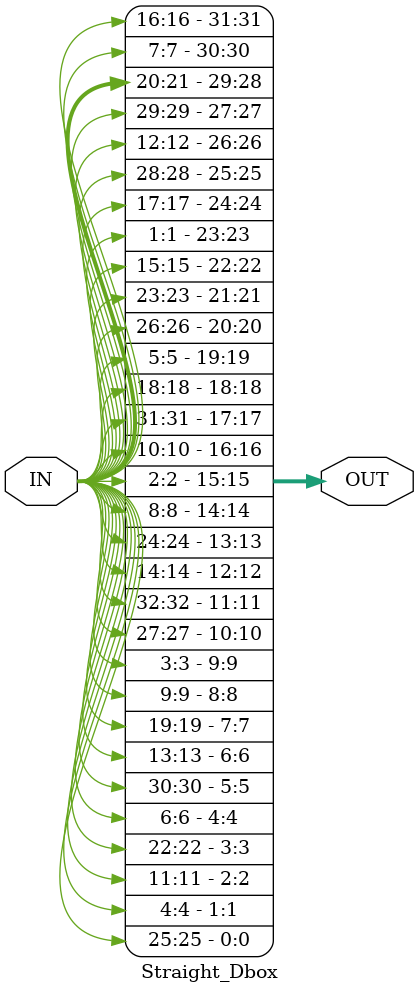
<source format=v>
`timescale 1ns / 1ps

module Straight_Dbox(output reg [1:32] OUT, input [1:32] IN);

always @(IN)
    begin 
        OUT[01] <= IN[16];
        OUT[02] <= IN[07];
        OUT[03] <= IN[20];
        OUT[04] <= IN[21];
        OUT[05] <= IN[29];
        OUT[06] <= IN[12];
        OUT[07] <= IN[28];
        OUT[08] <= IN[17];
        
        OUT[09] <= IN[01];
        OUT[10] <= IN[15];
        OUT[11] <= IN[23];
        OUT[12] <= IN[26];
        OUT[13] <= IN[05];
        OUT[14] <= IN[18];
        OUT[15] <= IN[31];
        OUT[16] <= IN[10];
        
        OUT[17] <= IN[02];
        OUT[18] <= IN[08];
        OUT[19] <= IN[24];
        OUT[20] <= IN[14];
        OUT[21] <= IN[32];
        OUT[22] <= IN[27];
        OUT[23] <= IN[03];
        OUT[24] <= IN[09];
        OUT[25] <= IN[19];
        OUT[26] <= IN[13];
        OUT[27] <= IN[30];
        OUT[28] <= IN[06];
        OUT[29] <= IN[22];
        OUT[30] <= IN[11];
        OUT[31] <= IN[04];
        OUT[32] <= IN[25];
    end
endmodule

</source>
